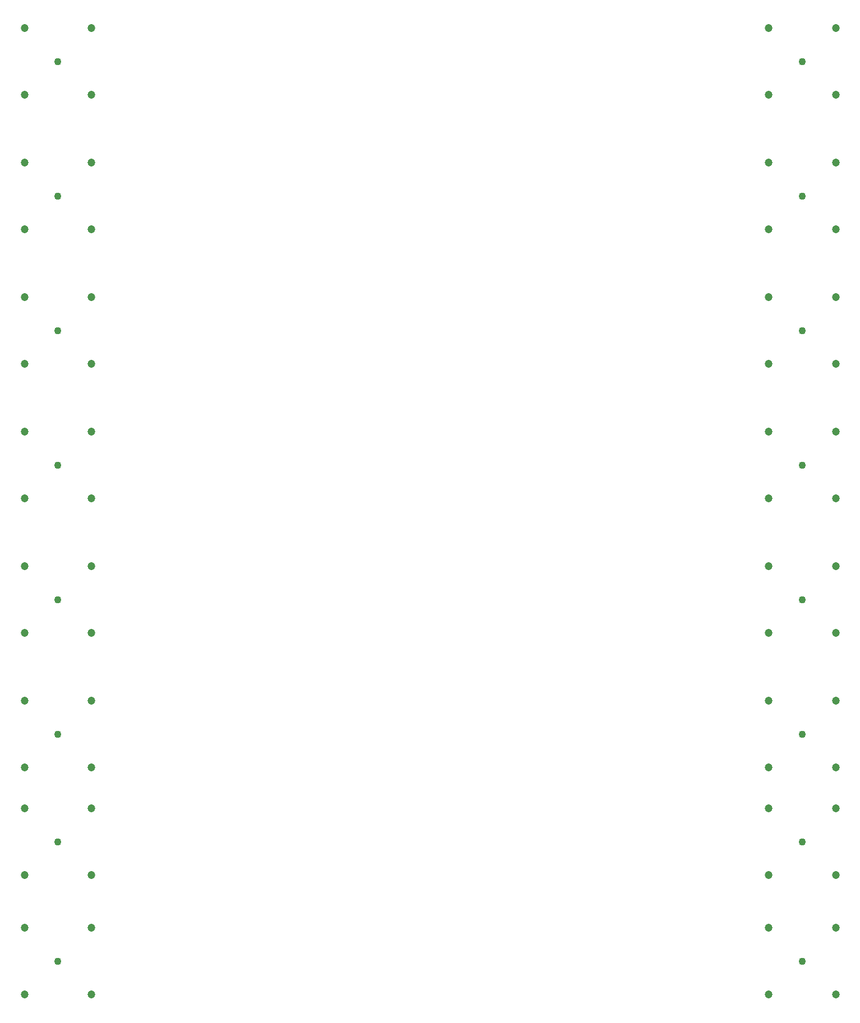
<source format=gbr>
%TF.GenerationSoftware,Altium Limited,Altium Designer,24.2.2 (26)*%
G04 Layer_Color=0*
%FSLAX25Y25*%
%MOIN*%
%TF.SameCoordinates,61B93A5C-ACDD-4E93-83ED-5FE4BE46D4D4*%
%TF.FilePolarity,Positive*%
%TF.FileFunction,Plated,1,2,PTH,Drill*%
%TF.Part,Single*%
G01*
G75*
%TA.AperFunction,ComponentDrill*%
%ADD32C,0.04331*%
%ADD33C,0.04724*%
D32*
X571100Y385500D02*
D03*
Y545500D02*
D03*
X128500D02*
D03*
X571100Y625500D02*
D03*
X128500D02*
D03*
X571100Y305500D02*
D03*
Y225500D02*
D03*
Y465500D02*
D03*
X128500Y305500D02*
D03*
X571100Y161500D02*
D03*
Y90500D02*
D03*
X128500Y385500D02*
D03*
Y465500D02*
D03*
Y161500D02*
D03*
Y225500D02*
D03*
Y90500D02*
D03*
D33*
X590982Y365618D02*
D03*
X551218D02*
D03*
X590982Y405382D02*
D03*
X551218D02*
D03*
X590982Y525618D02*
D03*
X551218D02*
D03*
X590982Y565382D02*
D03*
X551218D02*
D03*
X148382Y525618D02*
D03*
X108618D02*
D03*
X148382Y565382D02*
D03*
X108618D02*
D03*
X551218Y645382D02*
D03*
X590982D02*
D03*
X551218Y605618D02*
D03*
X590982D02*
D03*
X148382D02*
D03*
X108618D02*
D03*
X148382Y645382D02*
D03*
X108618D02*
D03*
X551218Y325382D02*
D03*
X590982D02*
D03*
X551218Y285618D02*
D03*
X590982D02*
D03*
X551218Y245382D02*
D03*
X590982D02*
D03*
X551218Y205618D02*
D03*
X590982D02*
D03*
X551218Y485382D02*
D03*
X590982D02*
D03*
X551218Y445618D02*
D03*
X590982D02*
D03*
X108618Y325382D02*
D03*
X148382D02*
D03*
X108618Y285618D02*
D03*
X148382D02*
D03*
X590982Y141618D02*
D03*
X551218D02*
D03*
X590982Y181382D02*
D03*
X551218D02*
D03*
X590982Y70618D02*
D03*
X551218D02*
D03*
X590982Y110382D02*
D03*
X551218D02*
D03*
X148382Y365618D02*
D03*
X108618D02*
D03*
X148382Y405382D02*
D03*
X108618D02*
D03*
X148382Y445618D02*
D03*
X108618D02*
D03*
X148382Y485382D02*
D03*
X108618D02*
D03*
X148382Y141618D02*
D03*
X108618D02*
D03*
X148382Y181382D02*
D03*
X108618D02*
D03*
X148382Y205618D02*
D03*
X108618D02*
D03*
X148382Y245382D02*
D03*
X108618D02*
D03*
X148382Y70618D02*
D03*
X108618D02*
D03*
X148382Y110382D02*
D03*
X108618D02*
D03*
%TF.MD5,6c0dd3f114213f5774a5f84a75504a1b*%
M02*

</source>
